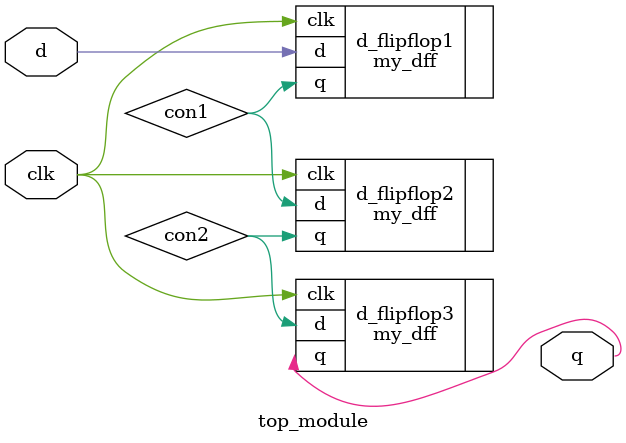
<source format=v>
module top_module ( input clk, input d, output q );
    wire con1,con2;
    my_dff d_flipflop1(.clk(clk),.d(d),.q(con1));
    my_dff d_flipflop2(.clk(clk),.d(con1),.q(con2));
    my_dff d_flipflop3(.clk(clk),.d(con2),.q(q));
    
endmodule

</source>
